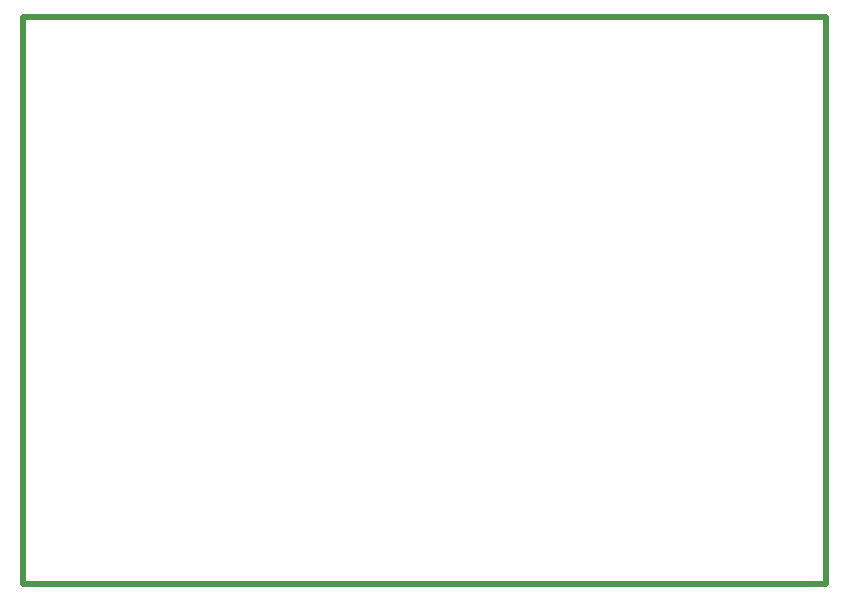
<source format=gbr>
%TF.GenerationSoftware,KiCad,Pcbnew,(5.1.4)-1*%
%TF.CreationDate,2020-02-28T22:37:56+08:00*%
%TF.ProjectId,power,706f7765-722e-46b6-9963-61645f706362,rev?*%
%TF.SameCoordinates,Original*%
%TF.FileFunction,Profile,NP*%
%FSLAX46Y46*%
G04 Gerber Fmt 4.6, Leading zero omitted, Abs format (unit mm)*
G04 Created by KiCad (PCBNEW (5.1.4)-1) date 2020-02-28 22:37:56*
%MOMM*%
%LPD*%
G04 APERTURE LIST*
%ADD10C,0.500000*%
G04 APERTURE END LIST*
D10*
X20000000Y-68000000D02*
X20000000Y-20000000D01*
X20000000Y-68000000D02*
X88000000Y-68000000D01*
X88000000Y-20000000D02*
X88000000Y-68000000D01*
X20000000Y-20000000D02*
X88000000Y-20000000D01*
M02*

</source>
